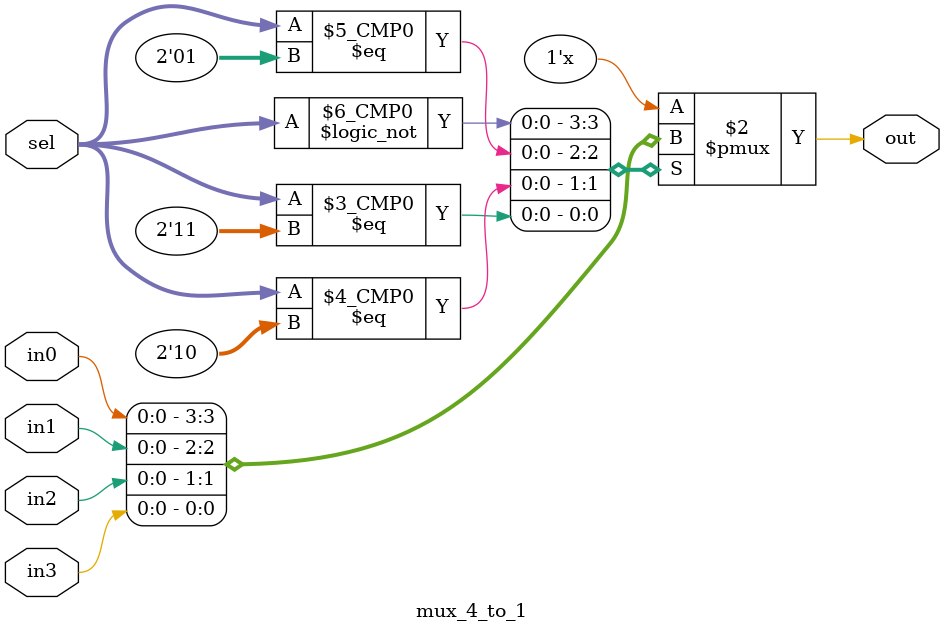
<source format=sv>
module mux_4_to_1 (
    input [31:0] in0,
    input [31:0] in1,
    input [31:0] in2,
    input [31:0] in3,
    input [1:0] sel,
    output logic out
);
    
    always @(*) begin
        case (sel)
            2'b00: out = in0;
            2'b01: out = in1;
            2'b10: out = in2;
            2'b11: out = in3;
            default: out = 1'bx; // Undefined state
        endcase
    end
    
endmodule
</source>
